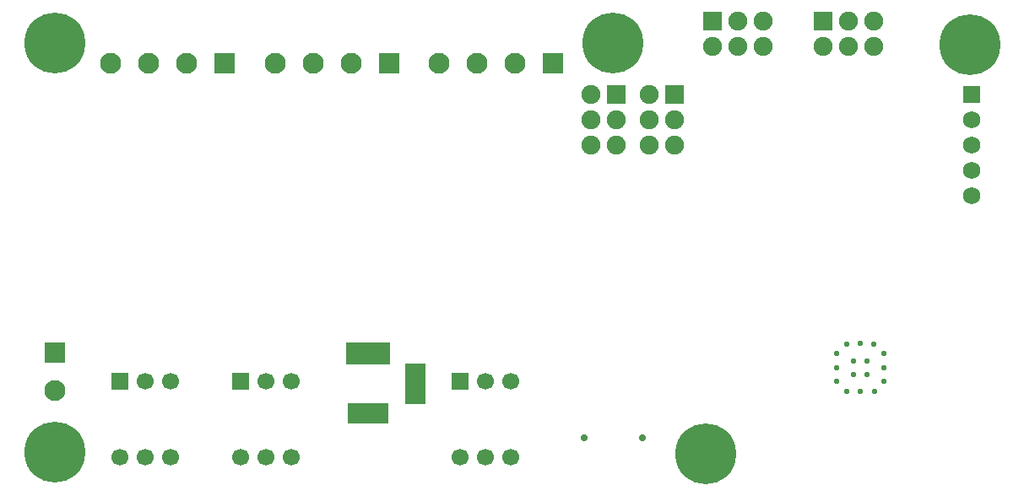
<source format=gbr>
%TF.GenerationSoftware,Altium Limited,Altium Designer,23.4.1 (23)*%
G04 Layer_Color=16711935*
%FSLAX26Y26*%
%MOIN*%
%TF.SameCoordinates,CA55AB83-A8E7-406C-AA52-5D1E9B100620*%
%TF.FilePolarity,Negative*%
%TF.FileFunction,Soldermask,Bot*%
%TF.Part,Single*%
G01*
G75*
%TA.AperFunction,ComponentPad*%
%ADD82C,0.082677*%
%ADD83R,0.082677X0.082677*%
%ADD84R,0.082677X0.082677*%
%ADD85C,0.027559*%
%ADD86C,0.068898*%
%ADD87R,0.068898X0.068898*%
%ADD88C,0.240157*%
%ADD89C,0.074803*%
%ADD90R,0.074803X0.074803*%
%ADD91C,0.021654*%
%ADD92R,0.177165X0.090551*%
%ADD93R,0.161417X0.082677*%
%ADD94R,0.082677X0.161417*%
%ADD95C,0.066929*%
%ADD96R,0.066929X0.066929*%
%ADD97R,0.074803X0.074803*%
D82*
X526772Y1692913D02*
D03*
X376772D02*
D03*
X676772D02*
D03*
X157481Y401370D02*
D03*
X1825984Y1692913D02*
D03*
X1675984D02*
D03*
X1975984D02*
D03*
X1176378D02*
D03*
X1026378D02*
D03*
X1326378D02*
D03*
D83*
X826772D02*
D03*
X2125984D02*
D03*
X1476378D02*
D03*
D84*
X157481Y551370D02*
D03*
D85*
X2249220Y213378D02*
D03*
X2476780D02*
D03*
D86*
X3776999Y1268543D02*
D03*
Y1368543D02*
D03*
Y1468543D02*
D03*
Y1168543D02*
D03*
D87*
Y1568543D02*
D03*
D88*
X2727001Y150000D02*
D03*
X157481Y157481D02*
D03*
X3770001Y1767001D02*
D03*
X2362205Y1771654D02*
D03*
X157481D02*
D03*
D89*
X2275000Y1370000D02*
D03*
Y1570000D02*
D03*
Y1470000D02*
D03*
X2375000Y1370000D02*
D03*
Y1470000D02*
D03*
X2755000Y1760000D02*
D03*
X2955000D02*
D03*
X2855000D02*
D03*
Y1860000D02*
D03*
X2955000D02*
D03*
X3190000Y1760000D02*
D03*
X3390000D02*
D03*
X3290000D02*
D03*
Y1860000D02*
D03*
X3390000D02*
D03*
X2504414Y1370000D02*
D03*
Y1570000D02*
D03*
Y1470000D02*
D03*
X2604414Y1370000D02*
D03*
Y1470000D02*
D03*
D90*
X2375000Y1570000D02*
D03*
X2604414D02*
D03*
D91*
X3243394Y435000D02*
D03*
X3282764Y395630D02*
D03*
X3243394Y490118D02*
D03*
Y545237D02*
D03*
X3282764Y584607D02*
D03*
X3337882Y395630D02*
D03*
X3393000D02*
D03*
X3365441Y462559D02*
D03*
X3432370Y435000D02*
D03*
X3310323Y462559D02*
D03*
Y517678D02*
D03*
X3365441D02*
D03*
X3391819Y584607D02*
D03*
X3336424Y585243D02*
D03*
X3432370Y545237D02*
D03*
Y490118D02*
D03*
D92*
X1395000Y546221D02*
D03*
D93*
Y310000D02*
D03*
D94*
X1580039Y428110D02*
D03*
D95*
X892286Y137000D02*
D03*
X992286Y437000D02*
D03*
Y137000D02*
D03*
X1092286D02*
D03*
Y437000D02*
D03*
X414000Y137000D02*
D03*
X514000Y437000D02*
D03*
Y137000D02*
D03*
X614000D02*
D03*
Y437000D02*
D03*
X1758166Y137000D02*
D03*
X1858166Y437000D02*
D03*
Y137000D02*
D03*
X1958166D02*
D03*
Y437000D02*
D03*
D96*
X892286D02*
D03*
X414000D02*
D03*
X1758166D02*
D03*
D97*
X2755000Y1860000D02*
D03*
X3190000D02*
D03*
%TF.MD5,2cc6099b4f3822ce09ec9714f5166b86*%
M02*

</source>
